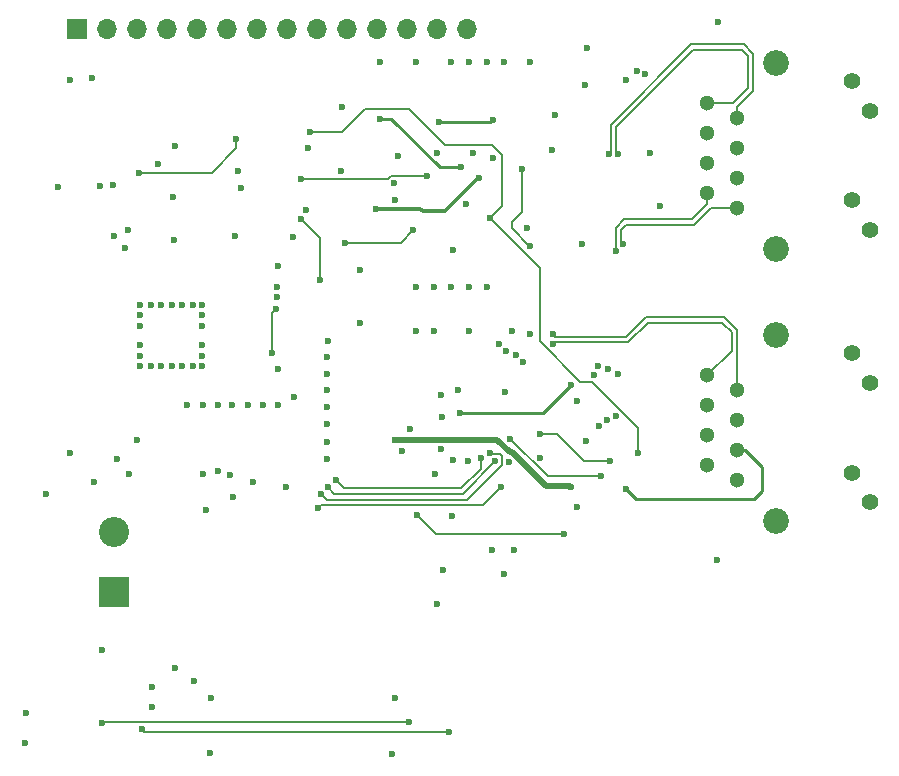
<source format=gbr>
%TF.GenerationSoftware,KiCad,Pcbnew,8.0.0*%
%TF.CreationDate,2024-03-19T13:56:09-04:00*%
%TF.ProjectId,Ethernet_Dev_Board,45746865-726e-4657-945f-4465765f426f,rev?*%
%TF.SameCoordinates,Original*%
%TF.FileFunction,Copper,L3,Inr*%
%TF.FilePolarity,Positive*%
%FSLAX46Y46*%
G04 Gerber Fmt 4.6, Leading zero omitted, Abs format (unit mm)*
G04 Created by KiCad (PCBNEW 8.0.0) date 2024-03-19 13:56:09*
%MOMM*%
%LPD*%
G01*
G04 APERTURE LIST*
%TA.AperFunction,ComponentPad*%
%ADD10R,1.700000X1.700000*%
%TD*%
%TA.AperFunction,ComponentPad*%
%ADD11O,1.700000X1.700000*%
%TD*%
%TA.AperFunction,ComponentPad*%
%ADD12R,2.550000X2.550000*%
%TD*%
%TA.AperFunction,ComponentPad*%
%ADD13C,2.550000*%
%TD*%
%TA.AperFunction,ComponentPad*%
%ADD14C,1.408000*%
%TD*%
%TA.AperFunction,ComponentPad*%
%ADD15C,1.300000*%
%TD*%
%TA.AperFunction,ComponentPad*%
%ADD16C,2.184000*%
%TD*%
%TA.AperFunction,ViaPad*%
%ADD17C,0.600000*%
%TD*%
%TA.AperFunction,Conductor*%
%ADD18C,0.508000*%
%TD*%
%TA.AperFunction,Conductor*%
%ADD19C,0.279400*%
%TD*%
%TA.AperFunction,Conductor*%
%ADD20C,0.304800*%
%TD*%
%TA.AperFunction,Conductor*%
%ADD21C,0.200000*%
%TD*%
G04 APERTURE END LIST*
D10*
%TO.N,+3.3V*%
%TO.C,J402*%
X84790000Y-47500000D03*
D11*
%TO.N,IO32*%
X87330000Y-47500000D03*
%TO.N,IO33*%
X89870000Y-47500000D03*
%TO.N,IO25*%
X92410000Y-47500000D03*
%TO.N,IO26*%
X94950000Y-47500000D03*
%TO.N,IO27*%
X97490000Y-47500000D03*
%TO.N,IO14*%
X100030000Y-47500000D03*
%TO.N,IO12*%
X102570000Y-47500000D03*
%TO.N,IO3*%
X105110000Y-47500000D03*
%TO.N,IO15*%
X107650000Y-47500000D03*
%TO.N,IO2*%
X110190000Y-47500000D03*
%TO.N,IO5*%
X112730000Y-47500000D03*
%TO.N,GND1*%
X115270000Y-47500000D03*
X117810000Y-47500000D03*
%TD*%
D12*
%TO.N,+5V*%
%TO.C,J101*%
X87970000Y-95210000D03*
D13*
%TO.N,GND1*%
X87970000Y-90130000D03*
%TD*%
D14*
%TO.N,unconnected-(J301-PadL1)*%
%TO.C,J301*%
X150412000Y-51924000D03*
%TO.N,unconnected-(J301-PadL2)*%
X151932000Y-54466000D03*
%TO.N,unconnected-(J301-PadL3)*%
X150412000Y-62036000D03*
%TO.N,unconnected-(J301-PadL4)*%
X151932000Y-64574000D03*
D15*
%TO.N,/W5100S_Dev/TX51_P*%
X140684000Y-62695000D03*
%TO.N,/W5100S_Dev/TX51_N*%
X138144000Y-61425000D03*
%TO.N,+3.3VA2*%
X140684000Y-60155000D03*
%TO.N,unconnected-(J301-PadR4)*%
X138144000Y-58885000D03*
%TO.N,unconnected-(J301-PadR5)*%
X140684000Y-57615000D03*
%TO.N,unconnected-(J301-PadR6)*%
X138144000Y-56345000D03*
%TO.N,/W5100S_Dev/RX51_P*%
X140684000Y-55075000D03*
%TO.N,/W5100S_Dev/RX51_N*%
X138144000Y-53805000D03*
D16*
%TO.N,Net-(C306-Pad1)*%
X143984000Y-66125000D03*
X143984000Y-50375000D03*
%TD*%
D14*
%TO.N,unconnected-(J201-PadL1)*%
%TO.C,J201*%
X150412000Y-74959000D03*
%TO.N,unconnected-(J201-PadL2)*%
X151932000Y-77501000D03*
%TO.N,unconnected-(J201-PadL3)*%
X150412000Y-85071000D03*
%TO.N,unconnected-(J201-PadL4)*%
X151932000Y-87609000D03*
D15*
%TO.N,/W5500_Dev/RD+*%
X140684000Y-85730000D03*
%TO.N,/W5500_Dev/RD-*%
X138144000Y-84460000D03*
%TO.N,Net-(J201-CT)*%
X140684000Y-83190000D03*
%TO.N,unconnected-(J201-PadR4)*%
X138144000Y-81920000D03*
%TO.N,unconnected-(J201-PadR5)*%
X140684000Y-80650000D03*
%TO.N,unconnected-(J201-PadR6)*%
X138144000Y-79380000D03*
%TO.N,TX_P*%
X140684000Y-78110000D03*
%TO.N,TX_N*%
X138144000Y-76840000D03*
D16*
%TO.N,Net-(C208-Pad1)*%
X143984000Y-89160000D03*
X143984000Y-73410000D03*
%TD*%
D17*
%TO.N,+5V*%
X86106000Y-51689000D03*
%TO.N,GND1*%
X122900000Y-64400000D03*
X125000000Y-57800000D03*
X127100000Y-88000000D03*
X116586000Y-88773000D03*
X83200000Y-60900000D03*
X139100000Y-46900000D03*
X90170000Y-71755000D03*
X104400000Y-57600000D03*
X106000000Y-81000000D03*
X118300000Y-58000000D03*
X103200000Y-78700000D03*
X95377000Y-70866000D03*
X113500000Y-69342000D03*
X95377000Y-74295000D03*
X115000000Y-69342000D03*
X90170000Y-72644000D03*
X134200000Y-62500000D03*
X115272663Y-58027337D03*
X115697000Y-80391000D03*
X127800000Y-52300000D03*
X120000000Y-58400000D03*
X90170000Y-76073000D03*
X95377000Y-75184000D03*
X106089000Y-73900000D03*
X96100000Y-108800000D03*
X106000000Y-79500000D03*
X90170000Y-74295000D03*
X110500000Y-50300000D03*
X106000000Y-76700000D03*
X123200000Y-50300000D03*
X116500000Y-69342000D03*
X93726000Y-70866000D03*
X106000000Y-83900000D03*
X102500000Y-86300000D03*
X107150000Y-59563000D03*
X139000000Y-92500000D03*
X94615000Y-76073000D03*
X127600000Y-65700000D03*
X94615000Y-70866000D03*
X84200000Y-51800000D03*
X121031000Y-78232000D03*
X119500000Y-50300000D03*
X131300000Y-51800000D03*
X80500000Y-105400000D03*
X116500000Y-50300000D03*
X121000000Y-93700000D03*
X95377000Y-71755000D03*
X99697600Y-85900000D03*
X91059000Y-76073000D03*
X107200000Y-54100000D03*
X95500000Y-85200000D03*
X119900000Y-91600000D03*
X117948878Y-84097486D03*
X93100000Y-57400000D03*
X106000000Y-82500000D03*
X132200000Y-51100000D03*
X115300000Y-96200000D03*
X113500000Y-50300000D03*
X84201000Y-83439000D03*
X93726000Y-76073000D03*
X118000000Y-50300000D03*
X90170000Y-75184000D03*
X91948000Y-70866000D03*
X119500000Y-69342000D03*
X127900000Y-82400000D03*
X106000000Y-78100000D03*
X91059000Y-70866000D03*
X95377000Y-72644000D03*
X118000000Y-69342000D03*
X92837000Y-76073000D03*
X106000000Y-75300000D03*
X92837000Y-70866000D03*
X111500000Y-108900000D03*
X133300000Y-58000000D03*
X116600000Y-66200000D03*
X97800000Y-85300000D03*
X121800000Y-91600000D03*
X112000000Y-58300000D03*
X132900000Y-51300000D03*
X125300000Y-54800000D03*
X128016000Y-49149000D03*
X91948000Y-76073000D03*
X90170000Y-70866000D03*
X89200000Y-85200000D03*
X115600000Y-78500000D03*
X117100000Y-78100000D03*
X95377000Y-76073000D03*
X115800000Y-93300000D03*
X121000000Y-50300000D03*
%TO.N,+3.3VA*%
X108800000Y-72400000D03*
X108750000Y-67900000D03*
X111760000Y-82296000D03*
X126600000Y-86300000D03*
%TO.N,+3.3VD*%
X117200000Y-80000000D03*
X126600000Y-77700000D03*
%TO.N,+3.3V*%
X118800000Y-60150000D03*
X110109000Y-62738000D03*
%TO.N,Net-(U201B-TOCAP)*%
X113000000Y-81400000D03*
X115000000Y-73100000D03*
%TO.N,Net-(U201B-1V20)*%
X113500000Y-73100000D03*
X112350000Y-83250000D03*
%TO.N,Net-(J201-CT)*%
X131300000Y-86500000D03*
%TO.N,+1.2VA*%
X117300000Y-59200000D03*
X110500000Y-55100000D03*
%TO.N,+1.2VD*%
X115443000Y-55372000D03*
X120015000Y-55245000D03*
%TO.N,IO0*%
X98679000Y-60960000D03*
X111760000Y-104140000D03*
%TO.N,RST*%
X91694000Y-58928000D03*
X98044000Y-87122000D03*
X87884000Y-60706000D03*
%TO.N,TX*%
X86741000Y-60833000D03*
X89154000Y-64516000D03*
%TO.N,Net-(U201C-ACTLED)*%
X116300000Y-107000000D03*
X90300000Y-106800000D03*
X116600000Y-84000000D03*
%TO.N,Net-(LED201-PadA)*%
X91186000Y-103251000D03*
X91167000Y-104883000D03*
%TO.N,Net-(Q201-G)*%
X113600000Y-88700000D03*
X126000000Y-90300000D03*
X115100000Y-85200000D03*
%TO.N,Net-(Q201-D)*%
X93091000Y-101600000D03*
X94742000Y-102743000D03*
%TO.N,Net-(U402-IO16)*%
X98425000Y-59563000D03*
X98171000Y-65029000D03*
%TO.N,Net-(U402-IO22)*%
X86233000Y-85852000D03*
X87950000Y-65050000D03*
%TO.N,Net-(U201B-RSVD)*%
X115600000Y-83100000D03*
X118000000Y-73100000D03*
%TO.N,Net-(R205-2)*%
X130429000Y-80264000D03*
X130600000Y-76700000D03*
%TO.N,Net-(R205-4)*%
X129032000Y-81153000D03*
X128950000Y-76050000D03*
%TO.N,Net-(R202-5)*%
X124000000Y-81850000D03*
X129900000Y-84100000D03*
%TO.N,Net-(R202-4)*%
X121500000Y-82200000D03*
X129200000Y-85400000D03*
%TO.N,Net-(R205-3)*%
X129667000Y-80645000D03*
X129800000Y-76300000D03*
%TO.N,INT*%
X121416841Y-84183159D03*
X127100000Y-79000000D03*
%TO.N,SS*%
X103800000Y-60200000D03*
X119000000Y-83800000D03*
X103759000Y-63627000D03*
X128600000Y-76800000D03*
X114427000Y-59944000D03*
X105354000Y-68800000D03*
X106700000Y-85700000D03*
%TO.N,Net-(U301-RSET_BG)*%
X123200000Y-65900000D03*
X122500000Y-59400000D03*
%TO.N,Net-(U301-ACTn)*%
X86886742Y-106313258D03*
X117750000Y-62300000D03*
X112900000Y-106200000D03*
X86900000Y-100100000D03*
%TO.N,SCK*%
X105458000Y-86850000D03*
X119756239Y-83434358D03*
X111633000Y-60579000D03*
X101727000Y-69342000D03*
%TO.N,MISO*%
X106018329Y-86279005D03*
X101750000Y-70231000D03*
X120200000Y-84100000D03*
X111760000Y-61976000D03*
%TO.N,MOSI*%
X101337765Y-74962235D03*
X113284000Y-64516000D03*
X101650000Y-71250000D03*
X105226391Y-88039713D03*
X107500000Y-65600000D03*
X120700000Y-86300000D03*
%TO.N,ETH_EN*%
X124024265Y-83875735D03*
X119761000Y-63500000D03*
X104546000Y-56200000D03*
X132300000Y-83400000D03*
%TO.N,ETH_RST*%
X90043000Y-59690000D03*
X98300000Y-56800000D03*
%TO.N,EN*%
X89916000Y-82296000D03*
X96774000Y-84963000D03*
%TO.N,IO14*%
X100584000Y-79375000D03*
%TO.N,IO12*%
X101854000Y-79375000D03*
%TO.N,IO32*%
X94107000Y-79375000D03*
%TO.N,IO33*%
X95504000Y-79375000D03*
%TO.N,IO5*%
X104196000Y-62865000D03*
%TO.N,IO2*%
X103124000Y-65151000D03*
%TO.N,IO26*%
X97925000Y-79375000D03*
%TO.N,IO3*%
X101854000Y-76327000D03*
%TO.N,IO25*%
X96774000Y-79375000D03*
%TO.N,IO27*%
X99314000Y-79375000D03*
%TO.N,Net-(U402-IO17)*%
X92964000Y-61722000D03*
X88900000Y-66040000D03*
X93000000Y-65400000D03*
X82199265Y-86849265D03*
X80400000Y-108000000D03*
X88200000Y-83900000D03*
%TO.N,IO15*%
X101854000Y-67564000D03*
%TO.N,RX_P*%
X120499479Y-74199479D03*
X121649479Y-73049479D03*
%TO.N,RX_N*%
X123191636Y-73341636D03*
X121100521Y-74800521D03*
%TO.N,TX_N*%
X125100000Y-74225000D03*
X122600521Y-75700521D03*
%TO.N,TX_P*%
X121999479Y-75099479D03*
X125100000Y-73375000D03*
%TO.N,/W5100S_Dev/TX51_N*%
X130399479Y-66300521D03*
%TO.N,/W5100S_Dev/TX51_P*%
X131000521Y-65699479D03*
%TO.N,/W5100S_Dev/RX51_N*%
X130625000Y-58074998D03*
%TO.N,/W5100S_Dev/RX51_P*%
X129823655Y-58104876D03*
%TO.N,/ESP32/ESP_RST*%
X96139000Y-104140000D03*
X95758000Y-88265000D03*
%TD*%
D18*
%TO.N,+3.3VA*%
X123100000Y-84800000D02*
X124550000Y-86250000D01*
X120400673Y-82296000D02*
X111760000Y-82296000D01*
X121646000Y-83346000D02*
X121450673Y-83346000D01*
X123100000Y-84800000D02*
X121646000Y-83346000D01*
D19*
X126550000Y-86250000D02*
X126600000Y-86300000D01*
D18*
X124550000Y-86250000D02*
X126550000Y-86250000D01*
X121450673Y-83346000D02*
X120400673Y-82296000D01*
D19*
%TO.N,+3.3VD*%
X126600000Y-77700000D02*
X124300000Y-80000000D01*
X124300000Y-80000000D02*
X117200000Y-80000000D01*
D20*
%TO.N,+3.3V*%
X113888000Y-62738000D02*
X114100000Y-62950000D01*
X110109000Y-62738000D02*
X113888000Y-62738000D01*
X115968000Y-62950000D02*
X118768000Y-60150000D01*
X114100000Y-62950000D02*
X115968000Y-62950000D01*
D19*
%TO.N,Net-(J201-CT)*%
X141390000Y-83190000D02*
X140684000Y-83190000D01*
X142100000Y-87350000D02*
X142800000Y-86650000D01*
X131300000Y-86500000D02*
X132150000Y-87350000D01*
X142800000Y-86650000D02*
X142800000Y-84600000D01*
X132150000Y-87350000D02*
X142100000Y-87350000D01*
X142800000Y-84600000D02*
X141390000Y-83190000D01*
%TO.N,+1.2VA*%
X117300000Y-59200000D02*
X115500000Y-59200000D01*
X115500000Y-59200000D02*
X111400000Y-55100000D01*
X111400000Y-55100000D02*
X110500000Y-55100000D01*
%TO.N,+1.2VD*%
X115443000Y-55372000D02*
X119888000Y-55372000D01*
D21*
%TO.N,Net-(U201C-ACTLED)*%
X90500000Y-107000000D02*
X90300000Y-106800000D01*
X116300000Y-107000000D02*
X90500000Y-107000000D01*
%TO.N,Net-(Q201-G)*%
X115200000Y-90300000D02*
X126000000Y-90300000D01*
X113600000Y-88700000D02*
X115200000Y-90300000D01*
%TO.N,Net-(R202-5)*%
X124000000Y-81850000D02*
X125450000Y-81850000D01*
X127700000Y-84100000D02*
X129900000Y-84100000D01*
X125450000Y-81850000D02*
X127700000Y-84100000D01*
%TO.N,Net-(R202-4)*%
X124700000Y-85400000D02*
X129200000Y-85400000D01*
X121500000Y-82200000D02*
X124700000Y-85400000D01*
%TO.N,SS*%
X111419471Y-59944000D02*
X114427000Y-59944000D01*
X105354000Y-65222000D02*
X103759000Y-63627000D01*
X119000000Y-84734314D02*
X117317157Y-86417157D01*
X111163471Y-60200000D02*
X111419471Y-59944000D01*
X103800000Y-60200000D02*
X111163471Y-60200000D01*
X119000000Y-83800000D02*
X119000000Y-84734314D01*
X107417157Y-86417157D02*
X106700000Y-85700000D01*
X117317157Y-86417157D02*
X107417157Y-86417157D01*
X105354000Y-68800000D02*
X105354000Y-65222000D01*
%TO.N,Net-(U301-RSET_BG)*%
X122500000Y-63000000D02*
X121700000Y-63800000D01*
X121600000Y-64400000D02*
X123100000Y-65900000D01*
X121600000Y-63900000D02*
X121600000Y-64400000D01*
X122500000Y-59400000D02*
X122500000Y-63000000D01*
X121700000Y-63800000D02*
X121600000Y-63900000D01*
%TO.N,Net-(U301-ACTn)*%
X86886742Y-106313258D02*
X87000000Y-106200000D01*
X87000000Y-106200000D02*
X112900000Y-106200000D01*
%TO.N,SCK*%
X105458000Y-86850000D02*
X106008000Y-87400000D01*
X120800000Y-83650000D02*
X120650000Y-83500000D01*
X106008000Y-87400000D02*
X117800000Y-87400000D01*
X120650000Y-83500000D02*
X119821881Y-83500000D01*
X117800000Y-87400000D02*
X120800000Y-84400000D01*
X119600000Y-83590597D02*
X119756239Y-83434358D01*
X119821881Y-83500000D02*
X119756239Y-83434358D01*
X120800000Y-84400000D02*
X120800000Y-83650000D01*
%TO.N,MISO*%
X106589324Y-86850000D02*
X117450000Y-86850000D01*
X106018329Y-86279005D02*
X106589324Y-86850000D01*
X117450000Y-86850000D02*
X120200000Y-84100000D01*
%TO.N,MOSI*%
X105466104Y-87800000D02*
X105226391Y-88039713D01*
X112200000Y-65600000D02*
X113284000Y-64516000D01*
X101337765Y-71562235D02*
X101650000Y-71250000D01*
X101337765Y-74962235D02*
X101337765Y-71562235D01*
X107500000Y-65600000D02*
X112200000Y-65600000D01*
X120700000Y-86300000D02*
X119200000Y-87800000D01*
X119200000Y-87800000D02*
X105466104Y-87800000D01*
%TO.N,ETH_EN*%
X120750000Y-62511000D02*
X119761000Y-63500000D01*
X124000000Y-67739000D02*
X122150000Y-65889000D01*
X127426471Y-77400000D02*
X124000000Y-73973529D01*
X128413529Y-77400000D02*
X127426471Y-77400000D01*
X120750000Y-58200000D02*
X120750000Y-62511000D01*
X119900000Y-57350000D02*
X120750000Y-58200000D01*
X132300000Y-81286471D02*
X128413529Y-77400000D01*
X104546000Y-56200000D02*
X107250000Y-56200000D01*
X122150000Y-65889000D02*
X119761000Y-63500000D01*
X112950000Y-54300000D02*
X116000000Y-57350000D01*
X116000000Y-57350000D02*
X119900000Y-57350000D01*
X124000000Y-73973529D02*
X124000000Y-67739000D01*
X107250000Y-56200000D02*
X109150000Y-54300000D01*
X109150000Y-54300000D02*
X112950000Y-54300000D01*
X132300000Y-83400000D02*
X132300000Y-81286471D01*
%TO.N,ETH_RST*%
X90043000Y-59690000D02*
X96210000Y-59690000D01*
X98300000Y-57600000D02*
X98300000Y-56800000D01*
X96210000Y-59690000D02*
X98300000Y-57600000D01*
%TO.N,TX_N*%
X140233999Y-74750001D02*
X138144000Y-76840000D01*
X133143200Y-72375000D02*
X139406800Y-72375000D01*
X139406800Y-72375000D02*
X140233999Y-73202199D01*
X125100000Y-74225000D02*
X125299999Y-74025001D01*
X131493199Y-74025001D02*
X133143200Y-72375000D01*
X125299999Y-74025001D02*
X131493199Y-74025001D01*
X140233999Y-73202199D02*
X140233999Y-74750001D01*
%TO.N,TX_P*%
X140684000Y-73015800D02*
X140684000Y-78110000D01*
X125299999Y-73574999D02*
X131306801Y-73574999D01*
X132956800Y-71925000D02*
X139593200Y-71925000D01*
X125100000Y-73375000D02*
X125299999Y-73574999D01*
X131306801Y-73574999D02*
X132956800Y-71925000D01*
X139593200Y-71925000D02*
X140684000Y-73015800D01*
%TO.N,/W5100S_Dev/TX51_N*%
X138144000Y-62376801D02*
X138144000Y-61425000D01*
X131106800Y-63625000D02*
X136895801Y-63625000D01*
X136895801Y-63625000D02*
X138144000Y-62376801D01*
X130399479Y-66300521D02*
X130399479Y-64332321D01*
X130399479Y-64332321D02*
X131106800Y-63625000D01*
%TO.N,/W5100S_Dev/TX51_P*%
X137082199Y-64075000D02*
X138462199Y-62695000D01*
X138462199Y-62695000D02*
X140684000Y-62695000D01*
X130849480Y-65548438D02*
X130849480Y-64518720D01*
X130849480Y-64518720D02*
X131293200Y-64075000D01*
X131293200Y-64075000D02*
X137082199Y-64075000D01*
%TO.N,/W5100S_Dev/RX51_N*%
X130625000Y-58074998D02*
X130425001Y-57874999D01*
X130425001Y-57874999D02*
X130425001Y-55843199D01*
X130425001Y-55843199D02*
X136993200Y-49275000D01*
X141625000Y-49793200D02*
X141625000Y-52545801D01*
X136993200Y-49275000D02*
X141106800Y-49275000D01*
X141625000Y-52545801D02*
X140365801Y-53805000D01*
X141106800Y-49275000D02*
X141625000Y-49793200D01*
X140365801Y-53805000D02*
X138144000Y-53805000D01*
%TO.N,/W5100S_Dev/RX51_P*%
X140684000Y-54123199D02*
X140684000Y-55075000D01*
X136806800Y-48825000D02*
X141293200Y-48825000D01*
X129974999Y-57953532D02*
X129974999Y-55656801D01*
X142075000Y-52732199D02*
X140684000Y-54123199D01*
X141293200Y-48825000D02*
X142075000Y-49606800D01*
X142075000Y-49606800D02*
X142075000Y-52732199D01*
X129974999Y-55656801D02*
X136806800Y-48825000D01*
X129823655Y-58104876D02*
X129974999Y-57953532D01*
%TD*%
M02*

</source>
